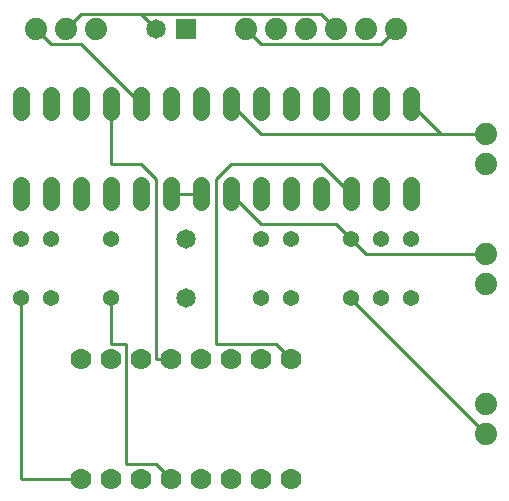
<source format=gbl>
G75*
G70*
%OFA0B0*%
%FSLAX24Y24*%
%IPPOS*%
%LPD*%
%AMOC8*
5,1,8,0,0,1.08239X$1,22.5*
%
%ADD10C,0.0560*%
%ADD11C,0.0740*%
%ADD12C,0.0540*%
%ADD13C,0.0700*%
%ADD14C,0.0650*%
%ADD15R,0.0650X0.0650*%
%ADD16C,0.0100*%
D10*
X003181Y012401D02*
X003181Y012961D01*
X004181Y012961D02*
X004181Y012401D01*
X005181Y012401D02*
X005181Y012961D01*
X006181Y012961D02*
X006181Y012401D01*
X007181Y012401D02*
X007181Y012961D01*
X008181Y012961D02*
X008181Y012401D01*
X009181Y012401D02*
X009181Y012961D01*
X010181Y012961D02*
X010181Y012401D01*
X011181Y012401D02*
X011181Y012961D01*
X012181Y012961D02*
X012181Y012401D01*
X013181Y012401D02*
X013181Y012961D01*
X014181Y012961D02*
X014181Y012401D01*
X015181Y012401D02*
X015181Y012961D01*
X016181Y012961D02*
X016181Y012401D01*
X016181Y015401D02*
X016181Y015961D01*
X015181Y015961D02*
X015181Y015401D01*
X014181Y015401D02*
X014181Y015961D01*
X013181Y015961D02*
X013181Y015401D01*
X012181Y015401D02*
X012181Y015961D01*
X011181Y015961D02*
X011181Y015401D01*
X010181Y015401D02*
X010181Y015961D01*
X009181Y015961D02*
X009181Y015401D01*
X008181Y015401D02*
X008181Y015961D01*
X007181Y015961D02*
X007181Y015401D01*
X006181Y015401D02*
X006181Y015961D01*
X005181Y015961D02*
X005181Y015401D01*
X004181Y015401D02*
X004181Y015961D01*
X003181Y015961D02*
X003181Y015401D01*
D11*
X003681Y018181D03*
X004681Y018181D03*
X005681Y018181D03*
X010681Y018181D03*
X011681Y018181D03*
X012681Y018181D03*
X013681Y018181D03*
X014681Y018181D03*
X015681Y018181D03*
X018681Y014681D03*
X018681Y013681D03*
X018681Y010681D03*
X018681Y009681D03*
X018681Y005681D03*
X018681Y004681D03*
D12*
X016181Y009197D03*
X015181Y009197D03*
X014181Y009197D03*
X014181Y011166D03*
X015181Y011166D03*
X016181Y011166D03*
X012181Y011166D03*
X011181Y011166D03*
X011181Y009197D03*
X012181Y009197D03*
X006181Y009197D03*
X006181Y011166D03*
X004181Y011166D03*
X003181Y011166D03*
X003181Y009197D03*
X004181Y009197D03*
D13*
X005181Y007181D03*
X006181Y007181D03*
X007181Y007181D03*
X008181Y007181D03*
X009181Y007181D03*
X010181Y007181D03*
X011181Y007181D03*
X012181Y007181D03*
X012181Y003181D03*
X011181Y003181D03*
X010181Y003181D03*
X009181Y003181D03*
X008181Y003181D03*
X007181Y003181D03*
X006181Y003181D03*
X005181Y003181D03*
D14*
X008681Y009197D03*
X008681Y011166D03*
X007681Y018181D03*
D15*
X008681Y018181D03*
D16*
X003181Y009197D02*
X003181Y003181D01*
X005181Y003181D01*
X006681Y003681D02*
X007681Y003681D01*
X008181Y003181D01*
X006681Y003681D02*
X006681Y007681D01*
X006181Y007681D01*
X006181Y009197D01*
X007681Y007181D02*
X008181Y007181D01*
X007681Y007181D02*
X007681Y013181D01*
X007181Y013681D01*
X006181Y013681D01*
X006181Y015681D01*
X007181Y015681D02*
X005181Y017681D01*
X004181Y017681D01*
X003681Y018181D01*
X004681Y018181D02*
X005181Y018681D01*
X007181Y018681D01*
X013181Y018681D01*
X013681Y018181D01*
X015181Y017681D02*
X015681Y018181D01*
X015181Y017681D02*
X011181Y017681D01*
X010681Y018181D01*
X010181Y015681D02*
X011181Y014681D01*
X017181Y014681D01*
X018681Y014681D01*
X017181Y014681D02*
X016181Y015681D01*
X013181Y013681D02*
X014181Y012681D01*
X013681Y011681D02*
X011181Y011681D01*
X010181Y012681D01*
X009681Y013181D02*
X009681Y007681D01*
X011681Y007681D01*
X012181Y007181D01*
X014181Y009181D02*
X014181Y009197D01*
X014181Y009181D02*
X018681Y004681D01*
X018681Y010681D02*
X014681Y010681D01*
X014181Y011181D01*
X014181Y011166D01*
X014181Y011181D02*
X013681Y011681D01*
X013181Y013681D02*
X010181Y013681D01*
X009681Y013181D01*
X009181Y012681D02*
X008181Y012681D01*
X007681Y018181D02*
X007181Y018681D01*
M02*

</source>
